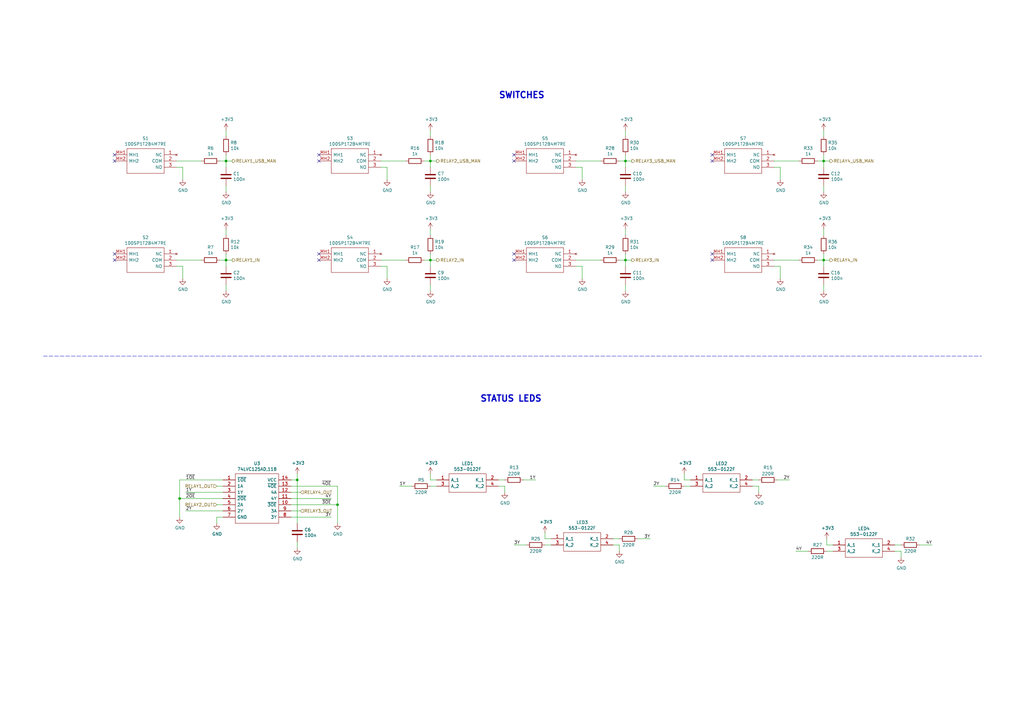
<source format=kicad_sch>
(kicad_sch (version 20211123) (generator eeschema)
  (paper "A3")
  (title_block (title "PRS Front Panel") (date "2023-02-20") (rev "1.0") (company "Deeply Embedded OÜ") (comment 1 "Designed by: Priit Tänav"))
  (lib_symbols
    (symbol "100SP1T2B4M7RE:100SP1T2B4M7RE" (pin_names (offset 0.762))
      (property "Reference" "S" (at 21.59 7.62 0))
      (property "Value" "100SP1T2B4M7RE" (at 21.59 5.08 0))
      (symbol "100SP1T2B4M7RE_0_0"
        (pin no_connect line (at 0 0 0) (length 5.08) (name "NC") (number "1"))
        (pin passive line (at 0 -2.54 0) (length 5.08) (name "COM") (number "2"))
        (pin passive line (at 0 -5.08 0) (length 5.08) (name "NO") (number "3"))
        (pin passive line (at 25.4 0 180) (length 5.08) (name "MH1") (number "MH1"))
        (pin passive line (at 25.4 -2.54 180) (length 5.08) (name "MH2") (number "MH2"))
      )
      (symbol "100SP1T2B4M7RE_0_1"
        (polyline (pts (xy 5.08 2.54) (xy 20.32 2.54) (xy 20.32 -7.62) (xy 5.08 -7.62) (xy 5.08 2.54)) (stroke (width 0.1524)))
      )
    )
    (symbol "553-0122F:553-0122F" (pin_names (offset 0.762))
      (property "Reference" "LED" (at 21.59 7.62 0))
      (property "Value" "553-0122F" (at 21.59 5.08 0))
      (symbol "553-0122F_0_0"
        (pin passive line (at 0 -2.54 0) (length 5.08) (name "A_1") (number "1"))
        (pin passive line (at 25.4 -2.54 180) (length 5.08) (name "K_1") (number "2"))
        (pin passive line (at 0 0 0) (length 5.08) (name "A_2") (number "3"))
        (pin passive line (at 25.4 0 180) (length 5.08) (name "K_2") (number "4"))
      )
      (symbol "553-0122F_0_1"
        (polyline (pts (xy 5.08 2.54) (xy 20.32 2.54) (xy 20.32 -5.08) (xy 5.08 -5.08) (xy 5.08 2.54)) (stroke (width 0.1524)))
      )
    )
    (symbol "74LVC125AD_118:74LVC125AD,118" (pin_names (offset 0.762))
      (property "Reference" "IC" (at 24.13 7.62 0))
      (property "Value" "74LVC125AD,118" (at 24.13 5.08 0))
      (symbol "74LVC125AD,118_0_0"
        (pin passive line (at 0 0 0) (length 5.08) (name "~{1OE}") (number "1"))
        (pin passive line (at 27.94 -10.16 180) (length 5.08) (name "~{3OE}") (number "10"))
        (pin passive line (at 27.94 -7.62 180) (length 5.08) (name "4Y") (number "11"))
        (pin passive line (at 27.94 -5.08 180) (length 5.08) (name "4A") (number "12"))
        (pin passive line (at 27.94 -2.54 180) (length 5.08) (name "~{4OE}") (number "13"))
        (pin passive line (at 27.94 0 180) (length 5.08) (name "VCC") (number "14"))
        (pin passive line (at 0 -2.54 0) (length 5.08) (name "1A") (number "2"))
        (pin passive line (at 0 -5.08 0) (length 5.08) (name "1Y") (number "3"))
        (pin passive line (at 0 -7.62 0) (length 5.08) (name "~{2OE}") (number "4"))
        (pin passive line (at 0 -10.16 0) (length 5.08) (name "2A") (number "5"))
        (pin passive line (at 0 -12.7 0) (length 5.08) (name "2Y") (number "6"))
        (pin passive line (at 0 -15.24 0) (length 5.08) (name "GND") (number "7"))
        (pin passive line (at 27.94 -15.24 180) (length 5.08) (name "3Y") (number "8"))
        (pin passive line (at 27.94 -12.7 180) (length 5.08) (name "3A") (number "9"))
      )
      (symbol "74LVC125AD,118_0_1"
        (polyline (pts (xy 5.08 2.54) (xy 22.86 2.54) (xy 22.86 -17.78) (xy 5.08 -17.78) (xy 5.08 2.54)) (stroke (width 0.1524)))
      )
    )
    (symbol "Device:C" (pin_numbers hide) (pin_names (offset 0.254))
      (property "Reference" "C" (at 0.635 2.54 0))
      (property "Value" "C" (at 0.635 -2.54 0))
      (symbol "C_0_1"
        (polyline (pts (xy -2.032 -0.762) (xy 2.032 -0.762)) (stroke (width 0.508)))
        (polyline (pts (xy -2.032 0.762) (xy 2.032 0.762)) (stroke (width 0.508)))
      )
      (symbol "C_1_1"
        (pin passive line (at 0 3.81 270) (length 2.794) (name "~") (number "1"))
        (pin passive line (at 0 -3.81 90) (length 2.794) (name "~") (number "2"))
      )
    )
    (symbol "Device:R" (pin_numbers hide) (pin_names (offset 0))
      (property "Reference" "R" (at 2.032 0 90))
      (property "Value" "R" (at 0 0 90))
      (symbol "R_0_1"
        (rectangle (start -1.016 -2.54) (end 1.016 2.54) (stroke (width 0.254)))
      )
      (symbol "R_1_1"
        (pin passive line (at 0 3.81 270) (length 1.27) (name "~") (number "1"))
        (pin passive line (at 0 -3.81 90) (length 1.27) (name "~") (number "2"))
      )
    )
    (symbol "PRS_relay_board-rescue:+3.3V-power" (power) (pin_names (offset 0))
      (property "Value" "+3.3V-power" (at 0 3.556 0))
      (symbol "+3.3V-power_0_1"
        (polyline (pts (xy -0.762 1.27) (xy 0 2.54)))
        (polyline (pts (xy 0 0) (xy 0 2.54)))
        (polyline (pts (xy 0 2.54) (xy 0.762 1.27)))
      )
      (symbol "+3.3V-power_1_1"
        (pin power_in line (at 0 0 90) (length 0) hide (name "+3V3") (number "1"))
      )
    )
    (symbol "power:GND" (power) (pin_names (offset 0))
      (property "Value" "GND" (at 0 -3.81 0))
      (symbol "GND_0_1"
        (polyline (pts (xy 0 0) (xy 0 -1.27) (xy 1.27 -1.27) (xy 0 -2.54) (xy -1.27 -1.27) (xy 0 -1.27)))
      )
      (symbol "GND_1_1"
        (pin power_in line (at 0 0 270) (length 0) hide (name "GND") (number "1"))
      )
    )
  )
  (junction (at 256.54 66.04))
  (junction (at 176.53 66.04))
  (junction (at 138.43 207.01))
  (junction (at 92.71 106.68))
  (junction (at 256.54 106.68))
  (junction (at 73.66 204.47))
  (junction (at 176.53 106.68))
  (junction (at 92.71 66.04))
  (junction (at 337.82 66.04))
  (junction (at 121.92 196.85))
  (junction (at 337.82 106.68))
  (no_connect (at 130.81 66.04))
  (no_connect (at 46.99 104.14))
  (no_connect (at 210.82 104.14))
  (no_connect (at 130.81 104.14))
  (no_connect (at 130.81 63.5))
  (no_connect (at 46.99 63.5))
  (no_connect (at 210.82 66.04))
  (no_connect (at 130.81 106.68))
  (no_connect (at 46.99 66.04))
  (no_connect (at 210.82 106.68))
  (no_connect (at 292.1 63.5))
  (no_connect (at 210.82 63.5))
  (no_connect (at 292.1 106.68))
  (no_connect (at 46.99 106.68))
  (no_connect (at 292.1 104.14))
  (no_connect (at 292.1 66.04))
  (wire (pts (xy 207.01 199.39) (xy 207.01 201.93)))
  (wire (pts (xy 92.71 63.5) (xy 92.71 66.04)))
  (wire (pts (xy 82.55 106.68) (xy 72.39 106.68)))
  (wire (pts (xy 119.38 199.39) (xy 138.43 199.39)))
  (wire (pts (xy 256.54 96.52) (xy 256.54 93.98)))
  (wire (pts (xy 317.5 68.58) (xy 320.04 68.58)))
  (wire (pts (xy 176.53 66.04) (xy 179.07 66.04)))
  (wire (pts (xy 339.09 223.52) (xy 341.63 223.52)))
  (wire (pts (xy 223.52 218.44) (xy 223.52 220.98)))
  (wire (pts (xy 72.39 109.22) (xy 74.93 109.22)))
  (wire (pts (xy 204.47 196.85) (xy 207.01 196.85)))
  (wire (pts (xy 121.92 224.79) (xy 121.92 222.25)))
  (wire (pts (xy 156.21 109.22) (xy 158.75 109.22)))
  (wire (pts (xy 92.71 78.74) (xy 92.71 76.2)))
  (wire (pts (xy 176.53 104.14) (xy 176.53 106.68)))
  (wire (pts (xy 119.38 196.85) (xy 121.92 196.85)))
  (wire (pts (xy 82.55 66.04) (xy 72.39 66.04)))
  (wire (pts (xy 341.63 226.06) (xy 339.09 226.06)))
  (wire (pts (xy 92.71 106.68) (xy 92.71 109.22)))
  (wire (pts (xy 176.53 119.38) (xy 176.53 116.84)))
  (wire (pts (xy 256.54 106.68) (xy 254 106.68)))
  (wire (pts (xy 88.9 212.09) (xy 88.9 214.63)))
  (wire (pts (xy 74.93 109.22) (xy 74.93 114.3)))
  (wire (pts (xy 92.71 119.38) (xy 92.71 116.84)))
  (wire (pts (xy 337.82 55.88) (xy 337.82 53.34)))
  (wire (pts (xy 119.38 212.09) (xy 135.89 212.09)))
  (wire (pts (xy 123.19 201.93) (xy 119.38 201.93)))
  (wire (pts (xy 369.57 223.52) (xy 367.03 223.52)))
  (wire (pts (xy 337.82 78.74) (xy 337.82 76.2)))
  (wire (pts (xy 236.22 68.58) (xy 238.76 68.58)))
  (wire (pts (xy 326.39 226.06) (xy 331.47 226.06)))
  (wire (pts (xy 92.71 96.52) (xy 92.71 93.98)))
  (wire (pts (xy 121.92 196.85) (xy 121.92 194.31)))
  (wire (pts (xy 176.53 194.31) (xy 176.53 196.85)))
  (wire (pts (xy 256.54 119.38) (xy 256.54 116.84)))
  (wire (pts (xy 92.71 106.68) (xy 90.17 106.68)))
  (wire (pts (xy 246.38 66.04) (xy 236.22 66.04)))
  (wire (pts (xy 238.76 68.58) (xy 238.76 73.66)))
  (wire (pts (xy 163.83 199.39) (xy 168.91 199.39)))
  (wire (pts (xy 337.82 96.52) (xy 337.82 93.98)))
  (wire (pts (xy 323.85 196.85) (xy 318.77 196.85)))
  (wire (pts (xy 254 223.52) (xy 254 226.06)))
  (wire (pts (xy 256.54 78.74) (xy 256.54 76.2)))
  (wire (pts (xy 158.75 68.58) (xy 158.75 73.66)))
  (wire (pts (xy 76.2 209.55) (xy 91.44 209.55)))
  (wire (pts (xy 91.44 212.09) (xy 88.9 212.09)))
  (wire (pts (xy 337.82 104.14) (xy 337.82 106.68)))
  (wire (pts (xy 138.43 199.39) (xy 138.43 207.01)))
  (wire (pts (xy 74.93 68.58) (xy 74.93 73.66)))
  (wire (pts (xy 156.21 68.58) (xy 158.75 68.58)))
  (wire (pts (xy 176.53 106.68) (xy 173.99 106.68)))
  (wire (pts (xy 236.22 109.22) (xy 238.76 109.22)))
  (wire (pts (xy 259.08 106.68) (xy 256.54 106.68)))
  (wire (pts (xy 340.36 106.68) (xy 337.82 106.68)))
  (wire (pts (xy 219.71 196.85) (xy 214.63 196.85)))
  (wire (pts (xy 311.15 199.39) (xy 311.15 201.93)))
  (wire (pts (xy 215.9 223.52) (xy 210.82 223.52)))
  (wire (pts (xy 92.71 104.14) (xy 92.71 106.68)))
  (wire (pts (xy 256.54 66.04) (xy 254 66.04)))
  (wire (pts (xy 254 220.98) (xy 251.46 220.98)))
  (wire (pts (xy 88.9 207.01) (xy 91.44 207.01)))
  (wire (pts (xy 92.71 66.04) (xy 90.17 66.04)))
  (wire (pts (xy 337.82 63.5) (xy 337.82 66.04)))
  (wire (pts (xy 256.54 66.04) (xy 256.54 68.58)))
  (wire (pts (xy 176.53 106.68) (xy 176.53 109.22)))
  (wire (pts (xy 280.67 194.31) (xy 280.67 196.85)))
  (wire (pts (xy 176.53 55.88) (xy 176.53 53.34)))
  (wire (pts (xy 369.57 226.06) (xy 369.57 228.6)))
  (wire (pts (xy 256.54 106.68) (xy 256.54 109.22)))
  (wire (pts (xy 176.53 66.04) (xy 176.53 68.58)))
  (wire (pts (xy 176.53 96.52) (xy 176.53 93.98)))
  (wire (pts (xy 138.43 207.01) (xy 138.43 214.63)))
  (wire (pts (xy 92.71 106.68) (xy 95.25 106.68)))
  (wire (pts (xy 256.54 104.14) (xy 256.54 106.68)))
  (wire (pts (xy 176.53 63.5) (xy 176.53 66.04)))
  (wire (pts (xy 337.82 66.04) (xy 337.82 68.58)))
  (wire (pts (xy 72.39 68.58) (xy 74.93 68.58)))
  (wire (pts (xy 176.53 78.74) (xy 176.53 76.2)))
  (wire (pts (xy 73.66 196.85) (xy 91.44 196.85)))
  (wire (pts (xy 261.62 220.98) (xy 266.7 220.98)))
  (wire (pts (xy 92.71 55.88) (xy 92.71 53.34)))
  (wire (pts (xy 176.53 199.39) (xy 179.07 199.39)))
  (wire (pts (xy 327.66 106.68) (xy 317.5 106.68)))
  (wire (pts (xy 88.9 199.39) (xy 91.44 199.39)))
  (wire (pts (xy 73.66 204.47) (xy 91.44 204.47)))
  (wire (pts (xy 176.53 196.85) (xy 179.07 196.85)))
  (wire (pts (xy 226.06 223.52) (xy 223.52 223.52)))
  (wire (pts (xy 280.67 196.85) (xy 283.21 196.85)))
  (wire (pts (xy 256.54 63.5) (xy 256.54 66.04)))
  (wire (pts (xy 337.82 106.68) (xy 335.28 106.68)))
  (wire (pts (xy 166.37 106.68) (xy 156.21 106.68)))
  (wire (pts (xy 327.66 66.04) (xy 317.5 66.04)))
  (wire (pts (xy 223.52 220.98) (xy 226.06 220.98)))
  (wire (pts (xy 238.76 109.22) (xy 238.76 114.3)))
  (wire (pts (xy 317.5 109.22) (xy 320.04 109.22)))
  (wire (pts (xy 119.38 204.47) (xy 135.89 204.47)))
  (polyline (pts (xy 17.78 146.05) (xy 402.59 146.05)))
  (wire (pts (xy 121.92 196.85) (xy 121.92 214.63)))
  (wire (pts (xy 158.75 109.22) (xy 158.75 114.3)))
  (wire (pts (xy 119.38 209.55) (xy 123.19 209.55)))
  (wire (pts (xy 337.82 119.38) (xy 337.82 116.84)))
  (wire (pts (xy 256.54 55.88) (xy 256.54 53.34)))
  (wire (pts (xy 76.2 201.93) (xy 91.44 201.93)))
  (wire (pts (xy 259.08 66.04) (xy 256.54 66.04)))
  (wire (pts (xy 382.27 223.52) (xy 377.19 223.52)))
  (wire (pts (xy 339.09 220.98) (xy 339.09 223.52)))
  (wire (pts (xy 119.38 207.01) (xy 138.43 207.01)))
  (wire (pts (xy 320.04 109.22) (xy 320.04 114.3)))
  (wire (pts (xy 246.38 106.68) (xy 236.22 106.68)))
  (wire (pts (xy 320.04 68.58) (xy 320.04 73.66)))
  (wire (pts (xy 207.01 199.39) (xy 204.47 199.39)))
  (wire (pts (xy 280.67 199.39) (xy 283.21 199.39)))
  (wire (pts (xy 166.37 66.04) (xy 156.21 66.04)))
  (wire (pts (xy 340.36 66.04) (xy 337.82 66.04)))
  (wire (pts (xy 308.61 199.39) (xy 311.15 199.39)))
  (wire (pts (xy 73.66 204.47) (xy 73.66 212.09)))
  (wire (pts (xy 311.15 196.85) (xy 308.61 196.85)))
  (wire (pts (xy 337.82 106.68) (xy 337.82 109.22)))
  (wire (pts (xy 251.46 223.52) (xy 254 223.52)))
  (wire (pts (xy 179.07 106.68) (xy 176.53 106.68)))
  (wire (pts (xy 369.57 226.06) (xy 367.03 226.06)))
  (wire (pts (xy 92.71 66.04) (xy 92.71 68.58)))
  (wire (pts (xy 92.71 66.04) (xy 95.25 66.04)))
  (wire (pts (xy 267.97 199.39) (xy 273.05 199.39)))
  (wire (pts (xy 73.66 196.85) (xy 73.66 204.47)))
  (wire (pts (xy 176.53 66.04) (xy 173.99 66.04)))
  (wire (pts (xy 337.82 66.04) (xy 335.28 66.04)))
  (text "STATUS LEDS" (at 196.85 165.1 0) (effects (font (size 2.54 2.54) (thickness 0.508) bold) (justify left bottom)))
  (text "SWITCHES" (at 204.47 40.64 0) (effects (font (size 2.54 2.54) (thickness 0.508) bold) (justify left bottom)))
  (label "2Y" (at 267.97 199.39 0))
  (label "1Y" (at 76.2 201.93 0))
  (label "4Y" (at 135.89 204.47 180))
  (label "2Y" (at 323.85 196.85 180))
  (label "~{2OE}" (at 76.2 204.47 0))
  (label "3Y" (at 266.7 220.98 180))
  (label "1Y" (at 163.83 199.39 0))
  (label "~{4OE}" (at 135.89 199.39 180))
  (label "3Y" (at 210.82 223.52 0))
  (label "2Y" (at 76.2 209.55 0))
  (label "4Y" (at 326.39 226.06 0))
  (label "~{1OE}" (at 76.2 196.85 0))
  (label "4Y" (at 382.27 223.52 180))
  (label "1Y" (at 219.71 196.85 180))
  (label "~{3OE}" (at 135.89 207.01 180))
  (label "3Y" (at 135.89 212.09 180))
  (hierarchical_label "RELAY3_IN" (shape output) (at 259.08 106.68 0))
  (hierarchical_label "RELAY1_IN" (shape output) (at 95.25 106.68 0))
  (hierarchical_label "RELAY4_USB_MAN" (shape output) (at 340.36 66.04 0))
  (hierarchical_label "RELAY2_USB_MAN" (shape output) (at 179.07 66.04 0))
  (hierarchical_label "RELAY2_OUT" (shape input) (at 88.9 207.01 180))
  (hierarchical_label "RELAY3_USB_MAN" (shape output) (at 259.08 66.04 0))
  (hierarchical_label "RELAY2_IN" (shape output) (at 179.07 106.68 0))
  (hierarchical_label "RELAY3_OUT" (shape input) (at 123.19 209.55 0))
  (hierarchical_label "RELAY4_IN" (shape output) (at 340.36 106.68 0))
  (hierarchical_label "RELAY1_OUT" (shape input) (at 88.9 199.39 180))
  (hierarchical_label "RELAY4_OUT" (shape input) (at 123.19 201.93 0))
  (hierarchical_label "RELAY1_USB_MAN" (shape output) (at 95.25 66.04 0))
  (symbol (lib_id "Device:R") (at 92.71 59.69 0) (unit 1)
    (property "Reference" "R8" (at 94.488 58.5216 0) (effects (justify left)))
    (property "Value" "10k" (at 94.488 60.833 0) (effects (justify left)))
    (property "Footprint" "Resistor_SMD:R_0603_1608Metric_Pad0.98x0.95mm_HandSolder" (effects hide))
    (property "Description" "RES 10k 5% 100mW 0603" (effects hide))
  )
  (symbol (lib_id "PRS_relay_board-rescue:+3.3V-power") (at 92.71 53.34 0) (unit 1)
    (property "Reference" "#PWR015" (effects hide))
    (property "Value" "+3.3V" (at 93.091 48.9458 0))
  )
  (symbol (lib_id "Device:R") (at 86.36 66.04 270) (unit 1)
    (property "Reference" "R6" (at 86.36 60.7822 90))
    (property "Value" "1k" (at 86.36 63.0936 90))
    (property "Footprint" "Resistor_SMD:R_0603_1608Metric_Pad0.98x0.95mm_HandSolder" (effects hide))
    (property "Description" "RES 1k 5% 100mW 0603" (effects hide))
  )
  (symbol (lib_id "Device:C") (at 92.71 72.39 0) (unit 1)
    (property "Reference" "C1" (at 95.631 71.2216 0) (effects (justify left)))
    (property "Value" "100n" (at 95.631 73.533 0) (effects (justify left)))
    (property "Footprint" "Capacitor_SMD:C_0603_1608Metric_Pad1.08x0.95mm_HandSolder" (effects hide))
    (property "Description" "CAP CER 100n 10% X7R 16V 0603" (effects hide))
  )
  (symbol (lib_id "power:GND") (at 92.71 78.74 0) (unit 1)
    (property "Reference" "#PWR016" (effects hide))
    (property "Value" "GND" (at 92.837 83.1342 0))
  )
  (symbol (lib_id "power:GND") (at 74.93 73.66 0) (unit 1)
    (property "Reference" "#PWR010" (effects hide))
    (property "Value" "GND" (at 75.057 78.0542 0))
  )
  (symbol (lib_id "Device:R") (at 176.53 59.69 0) (unit 1)
    (property "Reference" "R18" (at 178.308 58.5216 0) (effects (justify left)))
    (property "Value" "10k" (at 178.308 60.833 0) (effects (justify left)))
    (property "Footprint" "Resistor_SMD:R_0603_1608Metric_Pad0.98x0.95mm_HandSolder" (effects hide))
    (property "Description" "RES 10k 5% 100mW 0603" (effects hide))
  )
  (symbol (lib_id "PRS_relay_board-rescue:+3.3V-power") (at 176.53 53.34 0) (unit 1)
    (property "Reference" "#PWR039" (effects hide))
    (property "Value" "+3.3V" (at 176.911 48.9458 0))
  )
  (symbol (lib_id "Device:R") (at 170.18 66.04 270) (unit 1)
    (property "Reference" "R16" (at 170.18 60.7822 90))
    (property "Value" "1k" (at 170.18 63.0936 90))
    (property "Footprint" "Resistor_SMD:R_0603_1608Metric_Pad0.98x0.95mm_HandSolder" (effects hide))
    (property "Description" "RES 1k 5% 100mW 0603" (effects hide))
  )
  (symbol (lib_id "Device:C") (at 176.53 72.39 0) (unit 1)
    (property "Reference" "C7" (at 179.451 71.2216 0) (effects (justify left)))
    (property "Value" "100n" (at 179.451 73.533 0) (effects (justify left)))
    (property "Footprint" "Capacitor_SMD:C_0603_1608Metric_Pad1.08x0.95mm_HandSolder" (effects hide))
    (property "Description" "CAP CER 100n 10% X7R 16V 0603" (effects hide))
  )
  (symbol (lib_id "power:GND") (at 176.53 78.74 0) (unit 1)
    (property "Reference" "#PWR040" (effects hide))
    (property "Value" "GND" (at 176.657 83.1342 0))
  )
  (symbol (lib_id "power:GND") (at 158.75 73.66 0) (unit 1)
    (property "Reference" "#PWR035" (effects hide))
    (property "Value" "GND" (at 158.877 78.0542 0))
  )
  (symbol (lib_id "Device:R") (at 92.71 100.33 0) (unit 1)
    (property "Reference" "R12" (at 94.488 99.1616 0) (effects (justify left)))
    (property "Value" "10k" (at 94.488 101.473 0) (effects (justify left)))
    (property "Footprint" "Resistor_SMD:R_0603_1608Metric_Pad0.98x0.95mm_HandSolder" (effects hide))
    (property "Description" "RES 10k 5% 100mW 0603" (effects hide))
  )
  (symbol (lib_id "PRS_relay_board-rescue:+3.3V-power") (at 92.71 93.98 0) (unit 1)
    (property "Reference" "#PWR017" (effects hide))
    (property "Value" "+3.3V" (at 93.091 89.5858 0))
  )
  (symbol (lib_id "Device:R") (at 86.36 106.68 270) (unit 1)
    (property "Reference" "R7" (at 86.36 101.4222 90))
    (property "Value" "1k" (at 86.36 103.7336 90))
    (property "Footprint" "Resistor_SMD:R_0603_1608Metric_Pad0.98x0.95mm_HandSolder" (effects hide))
    (property "Description" "RES 1k 5% 100mW 0603" (effects hide))
  )
  (symbol (lib_id "Device:C") (at 92.71 113.03 0) (unit 1)
    (property "Reference" "C2" (at 95.631 111.8616 0) (effects (justify left)))
    (property "Value" "100n" (at 95.631 114.173 0) (effects (justify left)))
    (property "Footprint" "Capacitor_SMD:C_0603_1608Metric_Pad1.08x0.95mm_HandSolder" (effects hide))
    (property "Description" "CAP CER 100n 10% X7R 16V 0603" (effects hide))
  )
  (symbol (lib_id "power:GND") (at 92.71 119.38 0) (unit 1)
    (property "Reference" "#PWR018" (effects hide))
    (property "Value" "GND" (at 92.837 123.7742 0))
  )
  (symbol (lib_id "power:GND") (at 74.93 114.3 0) (unit 1)
    (property "Reference" "#PWR012" (effects hide))
    (property "Value" "GND" (at 75.057 118.6942 0))
  )
  (symbol (lib_id "Device:R") (at 176.53 100.33 0) (unit 1)
    (property "Reference" "R19" (at 178.308 99.1616 0) (effects (justify left)))
    (property "Value" "10k" (at 178.308 101.473 0) (effects (justify left)))
    (property "Footprint" "Resistor_SMD:R_0603_1608Metric_Pad0.98x0.95mm_HandSolder" (effects hide))
    (property "Description" "RES 10k 5% 100mW 0603" (effects hide))
  )
  (symbol (lib_id "PRS_relay_board-rescue:+3.3V-power") (at 176.53 93.98 0) (unit 1)
    (property "Reference" "#PWR042" (effects hide))
    (property "Value" "+3.3V" (at 176.911 89.5858 0))
  )
  (symbol (lib_id "Device:R") (at 170.18 106.68 270) (unit 1)
    (property "Reference" "R17" (at 170.18 101.4222 90))
    (property "Value" "1k" (at 170.18 103.7336 90))
    (property "Footprint" "Resistor_SMD:R_0603_1608Metric_Pad0.98x0.95mm_HandSolder" (effects hide))
    (property "Description" "RES 1k 5% 100mW 0603" (effects hide))
  )
  (symbol (lib_id "Device:C") (at 176.53 113.03 0) (unit 1)
    (property "Reference" "C9" (at 179.451 111.8616 0) (effects (justify left)))
    (property "Value" "100n" (at 179.451 114.173 0) (effects (justify left)))
    (property "Footprint" "Capacitor_SMD:C_0603_1608Metric_Pad1.08x0.95mm_HandSolder" (effects hide))
    (property "Description" "CAP CER 100n 10% X7R 16V 0603" (effects hide))
  )
  (symbol (lib_id "power:GND") (at 176.53 119.38 0) (unit 1)
    (property "Reference" "#PWR043" (effects hide))
    (property "Value" "GND" (at 176.657 123.7742 0))
  )
  (symbol (lib_id "power:GND") (at 158.75 114.3 0) (unit 1)
    (property "Reference" "#PWR036" (effects hide))
    (property "Value" "GND" (at 158.877 118.6942 0))
  )
  (symbol (lib_id "Device:R") (at 256.54 59.69 0) (unit 1)
    (property "Reference" "R30" (at 258.318 58.5216 0) (effects (justify left)))
    (property "Value" "10k" (at 258.318 60.833 0) (effects (justify left)))
    (property "Footprint" "Resistor_SMD:R_0603_1608Metric_Pad0.98x0.95mm_HandSolder" (effects hide))
    (property "Description" "RES 10k 5% 100mW 0603" (effects hide))
  )
  (symbol (lib_id "PRS_relay_board-rescue:+3.3V-power") (at 256.54 53.34 0) (unit 1)
    (property "Reference" "#PWR051" (effects hide))
    (property "Value" "+3.3V" (at 256.921 48.9458 0))
  )
  (symbol (lib_id "Device:R") (at 250.19 66.04 270) (unit 1)
    (property "Reference" "R28" (at 250.19 60.7822 90))
    (property "Value" "1k" (at 250.19 63.0936 90))
    (property "Footprint" "Resistor_SMD:R_0603_1608Metric_Pad0.98x0.95mm_HandSolder" (effects hide))
    (property "Description" "RES 1k 5% 100mW 0603" (effects hide))
  )
  (symbol (lib_id "Device:C") (at 256.54 72.39 0) (unit 1)
    (property "Reference" "C10" (at 259.461 71.2216 0) (effects (justify left)))
    (property "Value" "100n" (at 259.461 73.533 0) (effects (justify left)))
    (property "Footprint" "Capacitor_SMD:C_0603_1608Metric_Pad1.08x0.95mm_HandSolder" (effects hide))
    (property "Description" "CAP CER 100n 10% X7R 16V 0603" (effects hide))
  )
  (symbol (lib_id "power:GND") (at 256.54 78.74 0) (unit 1)
    (property "Reference" "#PWR052" (effects hide))
    (property "Value" "GND" (at 256.667 83.1342 0))
  )
  (symbol (lib_id "power:GND") (at 238.76 73.66 0) (unit 1)
    (property "Reference" "#PWR048" (effects hide))
    (property "Value" "GND" (at 238.887 78.0542 0))
  )
  (symbol (lib_id "Device:R") (at 337.82 59.69 0) (unit 1)
    (property "Reference" "R35" (at 339.598 58.5216 0) (effects (justify left)))
    (property "Value" "10k" (at 339.598 60.833 0) (effects (justify left)))
    (property "Footprint" "Resistor_SMD:R_0603_1608Metric_Pad0.98x0.95mm_HandSolder" (effects hide))
    (property "Description" "RES 10k 5% 100mW 0603" (effects hide))
  )
  (symbol (lib_id "PRS_relay_board-rescue:+3.3V-power") (at 337.82 53.34 0) (unit 1)
    (property "Reference" "#PWR062" (effects hide))
    (property "Value" "+3.3V" (at 338.201 48.9458 0))
  )
  (symbol (lib_id "Device:R") (at 331.47 66.04 270) (unit 1)
    (property "Reference" "R33" (at 331.47 60.7822 90))
    (property "Value" "1k" (at 331.47 63.0936 90))
    (property "Footprint" "Resistor_SMD:R_0603_1608Metric_Pad0.98x0.95mm_HandSolder" (effects hide))
    (property "Description" "RES 1k 5% 100mW 0603" (effects hide))
  )
  (symbol (lib_id "Device:C") (at 337.82 72.39 0) (unit 1)
    (property "Reference" "C12" (at 340.741 71.2216 0) (effects (justify left)))
    (property "Value" "100n" (at 340.741 73.533 0) (effects (justify left)))
    (property "Footprint" "Capacitor_SMD:C_0603_1608Metric_Pad1.08x0.95mm_HandSolder" (effects hide))
    (property "Description" "CAP CER 100n 10% X7R 16V 0603" (effects hide))
  )
  (symbol (lib_id "power:GND") (at 337.82 78.74 0) (unit 1)
    (property "Reference" "#PWR064" (effects hide))
    (property "Value" "GND" (at 337.947 83.1342 0))
  )
  (symbol (lib_id "power:GND") (at 320.04 73.66 0) (unit 1)
    (property "Reference" "#PWR060" (effects hide))
    (property "Value" "GND" (at 320.167 78.0542 0))
  )
  (symbol (lib_id "Device:R") (at 256.54 100.33 0) (unit 1)
    (property "Reference" "R31" (at 258.318 99.1616 0) (effects (justify left)))
    (property "Value" "10k" (at 258.318 101.473 0) (effects (justify left)))
    (property "Footprint" "Resistor_SMD:R_0603_1608Metric_Pad0.98x0.95mm_HandSolder" (effects hide))
    (property "Description" "RES 10k 5% 100mW 0603" (effects hide))
  )
  (symbol (lib_id "PRS_relay_board-rescue:+3.3V-power") (at 256.54 93.98 0) (unit 1)
    (property "Reference" "#PWR053" (effects hide))
    (property "Value" "+3.3V" (at 256.921 89.5858 0))
  )
  (symbol (lib_id "Device:R") (at 250.19 106.68 270) (unit 1)
    (property "Reference" "R29" (at 250.19 101.4222 90))
    (property "Value" "1k" (at 250.19 103.7336 90))
    (property "Footprint" "Resistor_SMD:R_0603_1608Metric_Pad0.98x0.95mm_HandSolder" (effects hide))
    (property "Description" "RES 1k 5% 100mW 0603" (effects hide))
  )
  (symbol (lib_id "Device:C") (at 256.54 113.03 0) (unit 1)
    (property "Reference" "C11" (at 259.461 111.8616 0) (effects (justify left)))
    (property "Value" "100n" (at 259.461 114.173 0) (effects (justify left)))
    (property "Footprint" "Capacitor_SMD:C_0603_1608Metric_Pad1.08x0.95mm_HandSolder" (effects hide))
    (property "Description" "CAP CER 100n 10% X7R 16V 0603" (effects hide))
  )
  (symbol (lib_id "power:GND") (at 256.54 119.38 0) (unit 1)
    (property "Reference" "#PWR056" (effects hide))
    (property "Value" "GND" (at 256.667 123.7742 0))
  )
  (symbol (lib_id "power:GND") (at 238.76 114.3 0) (unit 1)
    (property "Reference" "#PWR049" (effects hide))
    (property "Value" "GND" (at 238.887 118.6942 0))
  )
  (symbol (lib_id "Device:R") (at 337.82 100.33 0) (unit 1)
    (property "Reference" "R36" (at 339.598 99.1616 0) (effects (justify left)))
    (property "Value" "10k" (at 339.598 101.473 0) (effects (justify left)))
    (property "Footprint" "Resistor_SMD:R_0603_1608Metric_Pad0.98x0.95mm_HandSolder" (effects hide))
    (property "Description" "RES 10k 5% 100mW 0603" (effects hide))
  )
  (symbol (lib_id "PRS_relay_board-rescue:+3.3V-power") (at 337.82 93.98 0) (unit 1)
    (property "Reference" "#PWR065" (effects hide))
    (property "Value" "+3.3V" (at 338.201 89.5858 0))
  )
  (symbol (lib_id "Device:R") (at 331.47 106.68 270) (unit 1)
    (property "Reference" "R34" (at 331.47 101.4222 90))
    (property "Value" "1k" (at 331.47 103.7336 90))
    (property "Footprint" "Resistor_SMD:R_0603_1608Metric_Pad0.98x0.95mm_HandSolder" (effects hide))
    (property "Description" "RES 1k 5% 100mW 0603" (effects hide))
  )
  (symbol (lib_id "Device:C") (at 337.82 113.03 0) (unit 1)
    (property "Reference" "C16" (at 340.741 111.8616 0) (effects (justify left)))
    (property "Value" "100n" (at 340.741 114.173 0) (effects (justify left)))
    (property "Footprint" "Capacitor_SMD:C_0603_1608Metric_Pad1.08x0.95mm_HandSolder" (effects hide))
    (property "Description" "CAP CER 100n 10% X7R 16V 0603" (effects hide))
  )
  (symbol (lib_id "power:GND") (at 337.82 119.38 0) (unit 1)
    (property "Reference" "#PWR066" (effects hide))
    (property "Value" "GND" (at 337.947 123.7742 0))
  )
  (symbol (lib_id "power:GND") (at 320.04 114.3 0) (unit 1)
    (property "Reference" "#PWR061" (effects hide))
    (property "Value" "GND" (at 320.167 118.6942 0))
  )
  (symbol (lib_id "100SP1T2B4M7RE:100SP1T2B4M7RE") (at 72.39 63.5 0) (mirror y) (unit 1)
    (property "Reference" "S1" (at 59.69 56.769 0))
    (property "Value" "100SP1T2B4M7RE" (at 59.69 59.0804 0))
    (property "Footprint" "100SP1T2B4M7RE:100SP1T2B4M7RE" (effects hide))
    (property "Datasheet" "https://www.mouser.com/datasheet/2/140/100-1079940.pdf" (effects hide))
    (property "Description" "SWITCH, TOGGLE, SPDT, 5A, 120VAC, 28VDC; Switch Operation:On-On; Contact Configuration:SPDT; Illumination:Non Illuminated; Product Range:-; Contact Current Max:5A; Switch Mounting:Through Hole; Contact Voltage AC Nom:120V RoHS Compliant: Yes" (effects hide))
    (property "Height" "12.7" (effects hide))
    (property "Manufacturer_Name" "E-Switch" (effects hide))
    (property "Manufacturer_Part_Number" "100SP1T2B4M7RE" (effects hide))
    (property "Mouser Part Number" "612-100-A2472" (effects hide))
    (property "Mouser Price/Stock" "https://www.mouser.com/Search/Refine.aspx?Keyword=612-100-A2472" (effects hide))
  )
  (symbol (lib_id "100SP1T2B4M7RE:100SP1T2B4M7RE") (at 72.39 104.14 0) (mirror y) (unit 1)
    (property "Reference" "S2" (at 59.69 97.409 0))
    (property "Value" "100SP1T2B4M7RE" (at 59.69 99.7204 0))
    (property "Footprint" "100SP1T2B4M7RE:100SP1T2B4M7RE" (effects hide))
    (property "Datasheet" "https://www.mouser.com/datasheet/2/140/100-1079940.pdf" (effects hide))
    (property "Description" "SWITCH, TOGGLE, SPDT, 5A, 120VAC, 28VDC; Switch Operation:On-On; Contact Configuration:SPDT; Illumination:Non Illuminated; Product Range:-; Contact Current Max:5A; Switch Mounting:Through Hole; Contact Voltage AC Nom:120V RoHS Compliant: Yes" (effects hide))
    (property "Height" "12.7" (effects hide))
    (property "Manufacturer_Name" "E-Switch" (effects hide))
    (property "Manufacturer_Part_Number" "100SP1T2B4M7RE" (effects hide))
    (property "Mouser Part Number" "612-100-A2472" (effects hide))
    (property "Mouser Price/Stock" "https://www.mouser.com/Search/Refine.aspx?Keyword=612-100-A2472" (effects hide))
  )
  (symbol (lib_id "100SP1T2B4M7RE:100SP1T2B4M7RE") (at 156.21 63.5 0) (mirror y) (unit 1)
    (property "Reference" "S3" (at 143.51 56.769 0))
    (property "Value" "100SP1T2B4M7RE" (at 143.51 59.0804 0))
    (property "Footprint" "100SP1T2B4M7RE:100SP1T2B4M7RE" (effects hide))
    (property "Datasheet" "https://www.mouser.com/datasheet/2/140/100-1079940.pdf" (effects hide))
    (property "Description" "SWITCH, TOGGLE, SPDT, 5A, 120VAC, 28VDC; Switch Operation:On-On; Contact Configuration:SPDT; Illumination:Non Illuminated; Product Range:-; Contact Current Max:5A; Switch Mounting:Through Hole; Contact Voltage AC Nom:120V RoHS Compliant: Yes" (effects hide))
    (property "Height" "12.7" (effects hide))
    (property "Manufacturer_Name" "E-Switch" (effects hide))
    (property "Manufacturer_Part_Number" "100SP1T2B4M7RE" (effects hide))
    (property "Mouser Part Number" "612-100-A2472" (effects hide))
    (property "Mouser Price/Stock" "https://www.mouser.com/Search/Refine.aspx?Keyword=612-100-A2472" (effects hide))
  )
  (symbol (lib_id "100SP1T2B4M7RE:100SP1T2B4M7RE") (at 156.21 104.14 0) (mirror y) (unit 1)
    (property "Reference" "S4" (at 143.51 97.409 0))
    (property "Value" "100SP1T2B4M7RE" (at 143.51 99.7204 0))
    (property "Footprint" "100SP1T2B4M7RE:100SP1T2B4M7RE" (effects hide))
    (property "Datasheet" "https://www.mouser.com/datasheet/2/140/100-1079940.pdf" (effects hide))
    (property "Description" "SWITCH, TOGGLE, SPDT, 5A, 120VAC, 28VDC; Switch Operation:On-On; Contact Configuration:SPDT; Illumination:Non Illuminated; Product Range:-; Contact Current Max:5A; Switch Mounting:Through Hole; Contact Voltage AC Nom:120V RoHS Compliant: Yes" (effects hide))
    (property "Height" "12.7" (effects hide))
    (property "Manufacturer_Name" "E-Switch" (effects hide))
    (property "Manufacturer_Part_Number" "100SP1T2B4M7RE" (effects hide))
    (property "Mouser Part Number" "612-100-A2472" (effects hide))
    (property "Mouser Price/Stock" "https://www.mouser.com/Search/Refine.aspx?Keyword=612-100-A2472" (effects hide))
  )
  (symbol (lib_id "100SP1T2B4M7RE:100SP1T2B4M7RE") (at 236.22 63.5 0) (mirror y) (unit 1)
    (property "Reference" "S5" (at 223.52 56.769 0))
    (property "Value" "100SP1T2B4M7RE" (at 223.52 59.0804 0))
    (property "Footprint" "100SP1T2B4M7RE:100SP1T2B4M7RE" (effects hide))
    (property "Datasheet" "https://www.mouser.com/datasheet/2/140/100-1079940.pdf" (effects hide))
    (property "Description" "SWITCH, TOGGLE, SPDT, 5A, 120VAC, 28VDC; Switch Operation:On-On; Contact Configuration:SPDT; Illumination:Non Illuminated; Product Range:-; Contact Current Max:5A; Switch Mounting:Through Hole; Contact Voltage AC Nom:120V RoHS Compliant: Yes" (effects hide))
    (property "Height" "12.7" (effects hide))
    (property "Manufacturer_Name" "E-Switch" (effects hide))
    (property "Manufacturer_Part_Number" "100SP1T2B4M7RE" (effects hide))
    (property "Mouser Part Number" "612-100-A2472" (effects hide))
    (property "Mouser Price/Stock" "https://www.mouser.com/Search/Refine.aspx?Keyword=612-100-A2472" (effects hide))
  )
  (symbol (lib_id "100SP1T2B4M7RE:100SP1T2B4M7RE") (at 236.22 104.14 0) (mirror y) (unit 1)
    (property "Reference" "S6" (at 223.52 97.409 0))
    (property "Value" "100SP1T2B4M7RE" (at 223.52 99.7204 0))
    (property "Footprint" "100SP1T2B4M7RE:100SP1T2B4M7RE" (effects hide))
    (property "Datasheet" "https://www.mouser.com/datasheet/2/140/100-1079940.pdf" (effects hide))
    (property "Description" "SWITCH, TOGGLE, SPDT, 5A, 120VAC, 28VDC; Switch Operation:On-On; Contact Configuration:SPDT; Illumination:Non Illuminated; Product Range:-; Contact Current Max:5A; Switch Mounting:Through Hole; Contact Voltage AC Nom:120V RoHS Compliant: Yes" (effects hide))
    (property "Height" "12.7" (effects hide))
    (property "Manufacturer_Name" "E-Switch" (effects hide))
    (property "Manufacturer_Part_Number" "100SP1T2B4M7RE" (effects hide))
    (property "Mouser Part Number" "612-100-A2472" (effects hide))
    (property "Mouser Price/Stock" "https://www.mouser.com/Search/Refine.aspx?Keyword=612-100-A2472" (effects hide))
  )
  (symbol (lib_id "100SP1T2B4M7RE:100SP1T2B4M7RE") (at 317.5 104.14 0) (mirror y) (unit 1)
    (property "Reference" "S8" (at 304.8 97.409 0))
    (property "Value" "100SP1T2B4M7RE" (at 304.8 99.7204 0))
    (property "Footprint" "100SP1T2B4M7RE:100SP1T2B4M7RE" (effects hide))
    (property "Datasheet" "https://www.mouser.com/datasheet/2/140/100-1079940.pdf" (effects hide))
    (property "Description" "SWITCH, TOGGLE, SPDT, 5A, 120VAC, 28VDC; Switch Operation:On-On; Contact Configuration:SPDT; Illumination:Non Illuminated; Product Range:-; Contact Current Max:5A; Switch Mounting:Through Hole; Contact Voltage AC Nom:120V RoHS Compliant: Yes" (effects hide))
    (property "Height" "12.7" (effects hide))
    (property "Manufacturer_Name" "E-Switch" (effects hide))
    (property "Manufacturer_Part_Number" "100SP1T2B4M7RE" (effects hide))
    (property "Mouser Part Number" "612-100-A2472" (effects hide))
    (property "Mouser Price/Stock" "https://www.mouser.com/Search/Refine.aspx?Keyword=612-100-A2472" (effects hide))
  )
  (symbol (lib_id "100SP1T2B4M7RE:100SP1T2B4M7RE") (at 317.5 63.5 0) (mirror y) (unit 1)
    (property "Reference" "S7" (at 304.8 56.769 0))
    (property "Value" "100SP1T2B4M7RE" (at 304.8 59.0804 0))
    (property "Footprint" "100SP1T2B4M7RE:100SP1T2B4M7RE" (effects hide))
    (property "Datasheet" "https://www.mouser.com/datasheet/2/140/100-1079940.pdf" (effects hide))
    (property "Description" "SWITCH, TOGGLE, SPDT, 5A, 120VAC, 28VDC; Switch Operation:On-On; Contact Configuration:SPDT; Illumination:Non Illuminated; Product Range:-; Contact Current Max:5A; Switch Mounting:Through Hole; Contact Voltage AC Nom:120V RoHS Compliant: Yes" (effects hide))
    (property "Height" "12.7" (effects hide))
    (property "Manufacturer_Name" "E-Switch" (effects hide))
    (property "Manufacturer_Part_Number" "100SP1T2B4M7RE" (effects hide))
    (property "Mouser Part Number" "612-100-A2472" (effects hide))
    (property "Mouser Price/Stock" "https://www.mouser.com/Search/Refine.aspx?Keyword=612-100-A2472" (effects hide))
  )
  (symbol (lib_id "Device:R") (at 210.82 196.85 90) (unit 1)
    (property "Reference" "R13" (at 210.82 191.77 90))
    (property "Value" "220R" (at 213.36 194.31 90) (effects (justify left)))
    (property "Footprint" "Resistor_SMD:R_0603_1608Metric_Pad0.98x0.95mm_HandSolder" (effects hide))
    (property "Description" "RES 220R 5% 100mW 0603" (effects hide))
  )
  (symbol (lib_id "Device:R") (at 172.72 199.39 270) (unit 1)
    (property "Reference" "R5" (at 172.72 196.85 90))
    (property "Value" "220R" (at 172.72 201.93 90))
    (property "Footprint" "Resistor_SMD:R_0603_1608Metric_Pad0.98x0.95mm_HandSolder" (effects hide))
    (property "Description" "RES 220R 5% 100mW 0603" (effects hide))
  )
  (symbol (lib_id "Device:C") (at 121.92 218.44 0) (unit 1)
    (property "Reference" "C6" (at 124.841 217.2716 0) (effects (justify left)))
    (property "Value" "100n" (at 124.841 219.583 0) (effects (justify left)))
    (property "Footprint" "Capacitor_SMD:C_0603_1608Metric_Pad1.08x0.95mm_HandSolder" (effects hide))
    (property "Description" "CAP CER 100n 10% X7R 16V 0603" (effects hide))
  )
  (symbol (lib_id "power:GND") (at 121.92 224.79 0) (unit 1)
    (property "Reference" "#PWR034" (effects hide))
    (property "Value" "GND" (at 122.047 229.1842 0))
  )
  (symbol (lib_id "power:GND") (at 88.9 214.63 0) (unit 1)
    (property "Reference" "#PWR022" (effects hide))
    (property "Value" "GND" (at 89.027 219.0242 0))
  )
  (symbol (lib_id "PRS_relay_board-rescue:+3.3V-power") (at 121.92 194.31 0) (unit 1)
    (property "Reference" "#PWR030" (effects hide))
    (property "Value" "+3.3V" (at 122.301 189.9158 0))
  )
  (symbol (lib_id "PRS_relay_board-rescue:+3.3V-power") (at 176.53 194.31 0) (unit 1)
    (property "Reference" "#PWR013" (effects hide))
    (property "Value" "+3.3V" (at 176.911 189.9158 0))
  )
  (symbol (lib_id "power:GND") (at 207.01 201.93 0) (unit 1)
    (property "Reference" "#PWR020" (effects hide))
    (property "Value" "GND" (at 207.137 206.3242 0))
  )
  (symbol (lib_id "PRS_relay_board-rescue:+3.3V-power") (at 280.67 194.31 0) (unit 1)
    (property "Reference" "#PWR023" (effects hide))
    (property "Value" "+3.3V" (at 281.051 189.9158 0))
  )
  (symbol (lib_id "power:GND") (at 311.15 201.93 0) (unit 1)
    (property "Reference" "#PWR029" (effects hide))
    (property "Value" "GND" (at 311.277 206.3242 0))
  )
  (symbol (lib_id "PRS_relay_board-rescue:+3.3V-power") (at 223.52 218.44 0) (unit 1)
    (property "Reference" "#PWR044" (effects hide))
    (property "Value" "+3.3V" (at 223.901 214.0458 0))
  )
  (symbol (lib_id "power:GND") (at 254 226.06 0) (unit 1)
    (property "Reference" "#PWR045" (effects hide))
    (property "Value" "GND" (at 254.127 230.4542 0))
  )
  (symbol (lib_id "PRS_relay_board-rescue:+3.3V-power") (at 339.09 220.98 0) (unit 1)
    (property "Reference" "#PWR050" (effects hide))
    (property "Value" "+3.3V" (at 339.471 216.5858 0))
  )
  (symbol (lib_id "power:GND") (at 369.57 228.6 0) (unit 1)
    (property "Reference" "#PWR057" (effects hide))
    (property "Value" "GND" (at 369.697 232.9942 0))
  )
  (symbol (lib_id "74LVC125AD_118:74LVC125AD,118") (at 91.44 196.85 0) (unit 1)
    (property "Reference" "U3" (at 105.41 190.119 0))
    (property "Value" "74LVC125AD,118" (at 105.41 192.4304 0))
    (property "Footprint" "74LVC125AD,118:SOIC127P600X175-14N" (effects hide))
    (property "Datasheet" "https://assets.nexperia.com/documents/data-sheet/74LVC125A.pdf" (effects hide))
    (property "Description" "74LVC125A - Quad buffer/line driver with 5 V tolerant input/outputs; 3-state@en-us" (effects hide))
    (property "Height" "1.75" (effects hide))
    (property "Manufacturer_Name" "Nexperia" (effects hide))
    (property "Manufacturer_Part_Number" "74LVC125AD,118" (effects hide))
    (property "Mouser Part Number" "771-74LVC125AD-T" (effects hide))
    (property "Mouser Price/Stock" "https://www.mouser.co.uk/ProductDetail/Nexperia/74LVC125AD118?qs=me8TqzrmIYXjiwMtzMYzqA%3D%3D" (effects hide))
    (property "Arrow Part Number" "74LVC125AD,118" (effects hide))
    (property "Arrow Price/Stock" "https://www.arrow.com/en/products/74lvc125ad118/nexperia" (effects hide))
  )
  (symbol (lib_id "553-0122F:553-0122F") (at 179.07 199.39 0) (mirror x) (unit 1)
    (property "Reference" "LED1" (at 191.77 190.119 0))
    (property "Value" "553-0122F" (at 191.77 192.4304 0))
    (property "Footprint" "553-0122:5530122F" (effects hide))
    (property "Datasheet" "https://componentsearchengine.com/Datasheets/1/553-0122F.pdf" (effects hide))
    (property "Description" "Dialight 553-0122F, Green Right Angle PCB LED Indicator, 2 LEDs 3mm (T-1), Through Hole" (effects hide))
    (property "Height" "9.65" (effects hide))
    (property "Manufacturer_Name" "Dialight" (effects hide))
    (property "Manufacturer_Part_Number" "553-0122F" (effects hide))
    (property "Mouser Part Number" "645-553-0122F" (effects hide))
    (property "Mouser Price/Stock" "https://www.mouser.co.uk/ProductDetail/Dialight/553-0122F?qs=0KZIkTEbAAuchVNYUHfDmw%3D%3D" (effects hide))
    (property "Arrow Part Number" "553-0122F" (effects hide))
    (property "Arrow Price/Stock" "https://www.arrow.com/en/products/553-0122f/dialight" (effects hide))
  )
  (symbol (lib_id "553-0122F:553-0122F") (at 283.21 199.39 0) (mirror x) (unit 1)
    (property "Reference" "LED2" (at 295.91 190.119 0))
    (property "Value" "553-0122F" (at 295.91 192.4304 0))
    (property "Footprint" "553-0122:5530122F" (effects hide))
    (property "Datasheet" "https://componentsearchengine.com/Datasheets/1/553-0122F.pdf" (effects hide))
    (property "Description" "Dialight 553-0122F, Green Right Angle PCB LED Indicator, 2 LEDs 3mm (T-1), Through Hole" (effects hide))
    (property "Height" "9.65" (effects hide))
    (property "Manufacturer_Name" "Dialight" (effects hide))
    (property "Manufacturer_Part_Number" "553-0122F" (effects hide))
    (property "Mouser Part Number" "645-553-0122F" (effects hide))
    (property "Mouser Price/Stock" "https://www.mouser.co.uk/ProductDetail/Dialight/553-0122F?qs=0KZIkTEbAAuchVNYUHfDmw%3D%3D" (effects hide))
    (property "Arrow Part Number" "553-0122F" (effects hide))
    (property "Arrow Price/Stock" "https://www.arrow.com/en/products/553-0122f/dialight" (effects hide))
  )
  (symbol (lib_id "553-0122F:553-0122F") (at 226.06 223.52 0) (mirror x) (unit 1)
    (property "Reference" "LED3" (at 238.76 214.249 0))
    (property "Value" "553-0122F" (at 238.76 216.5604 0))
    (property "Footprint" "553-0122:5530122F" (effects hide))
    (property "Datasheet" "https://componentsearchengine.com/Datasheets/1/553-0122F.pdf" (effects hide))
    (property "Description" "Dialight 553-0122F, Green Right Angle PCB LED Indicator, 2 LEDs 3mm (T-1), Through Hole" (effects hide))
    (property "Height" "9.65" (effects hide))
    (property "Manufacturer_Name" "Dialight" (effects hide))
    (property "Manufacturer_Part_Number" "553-0122F" (effects hide))
    (property "Mouser Part Number" "645-553-0122F" (effects hide))
    (property "Mouser Price/Stock" "https://www.mouser.co.uk/ProductDetail/Dialight/553-0122F?qs=0KZIkTEbAAuchVNYUHfDmw%3D%3D" (effects hide))
    (property "Arrow Part Number" "553-0122F" (effects hide))
    (property "Arrow Price/Stock" "https://www.arrow.com/en/products/553-0122f/dialight" (effects hide))
  )
  (symbol (lib_id "553-0122F:553-0122F") (at 341.63 226.06 0) (mirror x) (unit 1)
    (property "Reference" "LED4" (at 354.33 216.789 0))
    (property "Value" "553-0122F" (at 354.33 219.1004 0))
    (property "Footprint" "553-0122:5530122F" (effects hide))
    (property "Datasheet" "https://componentsearchengine.com/Datasheets/1/553-0122F.pdf" (effects hide))
    (property "Description" "Dialight 553-0122F, Green Right Angle PCB LED Indicator, 2 LEDs 3mm (T-1), Through Hole" (effects hide))
    (property "Height" "9.65" (effects hide))
    (property "Manufacturer_Name" "Dialight" (effects hide))
    (property "Manufacturer_Part_Number" "553-0122F" (effects hide))
    (property "Mouser Part Number" "645-553-0122F" (effects hide))
    (property "Mouser Price/Stock" "https://www.mouser.co.uk/ProductDetail/Dialight/553-0122F?qs=0KZIkTEbAAuchVNYUHfDmw%3D%3D" (effects hide))
    (property "Arrow Part Number" "553-0122F" (effects hide))
    (property "Arrow Price/Stock" "https://www.arrow.com/en/products/553-0122f/dialight" (effects hide))
  )
  (symbol (lib_id "Device:R") (at 276.86 199.39 270) (unit 1)
    (property "Reference" "R14" (at 276.86 196.85 90))
    (property "Value" "220R" (at 276.86 201.93 90))
    (property "Footprint" "Resistor_SMD:R_0603_1608Metric_Pad0.98x0.95mm_HandSolder" (effects hide))
    (property "Description" "RES 220R 5% 100mW 0603" (effects hide))
  )
  (symbol (lib_id "Device:R") (at 314.96 196.85 90) (unit 1)
    (property "Reference" "R15" (at 314.96 191.77 90))
    (property "Value" "220R" (at 317.5 194.31 90) (effects (justify left)))
    (property "Footprint" "Resistor_SMD:R_0603_1608Metric_Pad0.98x0.95mm_HandSolder" (effects hide))
    (property "Description" "RES 220R 5% 100mW 0603" (effects hide))
  )
  (symbol (lib_id "Device:R") (at 219.71 223.52 270) (unit 1)
    (property "Reference" "R25" (at 219.71 220.98 90))
    (property "Value" "220R" (at 219.71 226.06 90))
    (property "Footprint" "Resistor_SMD:R_0603_1608Metric_Pad0.98x0.95mm_HandSolder" (effects hide))
    (property "Description" "RES 220R 5% 100mW 0603" (effects hide))
  )
  (symbol (lib_id "Device:R") (at 335.28 226.06 270) (unit 1)
    (property "Reference" "R27" (at 335.28 223.52 90))
    (property "Value" "220R" (at 335.28 228.6 90))
    (property "Footprint" "Resistor_SMD:R_0603_1608Metric_Pad0.98x0.95mm_HandSolder" (effects hide))
    (property "Description" "RES 220R 5% 100mW 0603" (effects hide))
  )
  (symbol (lib_id "Device:R") (at 257.81 220.98 270) (unit 1)
    (property "Reference" "R26" (at 257.81 218.44 90))
    (property "Value" "220R" (at 257.81 223.52 90))
    (property "Footprint" "Resistor_SMD:R_0603_1608Metric_Pad0.98x0.95mm_HandSolder" (effects hide))
    (property "Description" "RES 220R 5% 100mW 0603" (effects hide))
  )
  (symbol (lib_id "Device:R") (at 373.38 223.52 270) (unit 1)
    (property "Reference" "R32" (at 373.38 220.98 90))
    (property "Value" "220R" (at 373.38 226.06 90))
    (property "Footprint" "Resistor_SMD:R_0603_1608Metric_Pad0.98x0.95mm_HandSolder" (effects hide))
    (property "Description" "RES 220R 5% 100mW 0603" (effects hide))
  )
  (symbol (lib_id "power:GND") (at 73.66 212.09 0) (unit 1)
    (property "Reference" "#PWR021" (effects hide))
    (property "Value" "GND" (at 73.787 216.4842 0))
  )
  (symbol (lib_id "power:GND") (at 138.43 214.63 0) (unit 1)
    (property "Reference" "#PWR037" (effects hide))
    (property "Value" "GND" (at 138.557 219.0242 0))
  )
)
</source>
